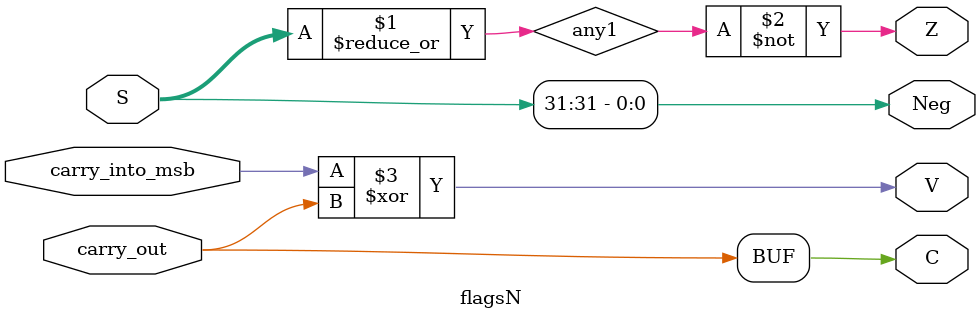
<source format=v>
module flagsN #(parameter N=32)(
  input  [N-1:0] S,
  input          carry_into_msb, 
  input          carry_out, // expose from adder
  output         Z, 
  output         Neg, 
  output         C,
  output         V
);
  // Z = ~(|S) built without reduction operator:
  // make a tree OR (here using reduction is fine as it's gate-level,
  // if you want pure gates, OR them manually in a small loop in synthesis)
  wire any1 = |S;         // allowed (bitwise reduce -> gate network)
  assign Z = ~any1;

  assign Neg = S[N-1];
  assign C = carry_out;
  assign V = carry_into_msb ^ carry_out;
endmodule

</source>
